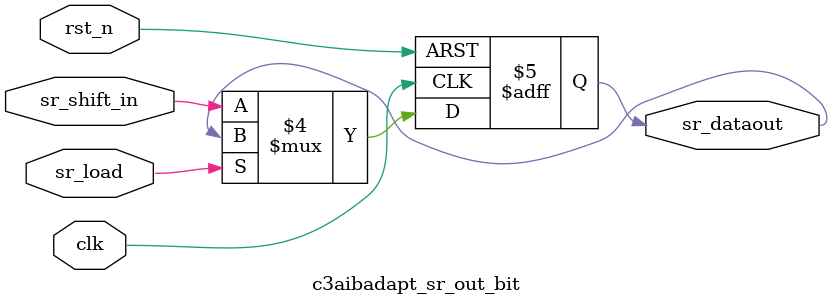
<source format=v>
module c3aibadapt_sr_out_bit
 #(
    parameter RESET_VAL = 0     // Reset value
  )
(
input wire  sr_shift_in,
input wire  sr_load,
input wire  clk,
input wire  rst_n,

output reg  sr_dataout
);

localparam reset_value = (RESET_VAL == 1) ? 1'b1 : 1'b0;

always @(negedge rst_n or posedge clk)
  if (rst_n == 1'b0)
    begin
      sr_dataout <= reset_value;
    end
  else
    begin
      sr_dataout <= (!sr_load) ? sr_shift_in : sr_dataout;
    end


endmodule

</source>
